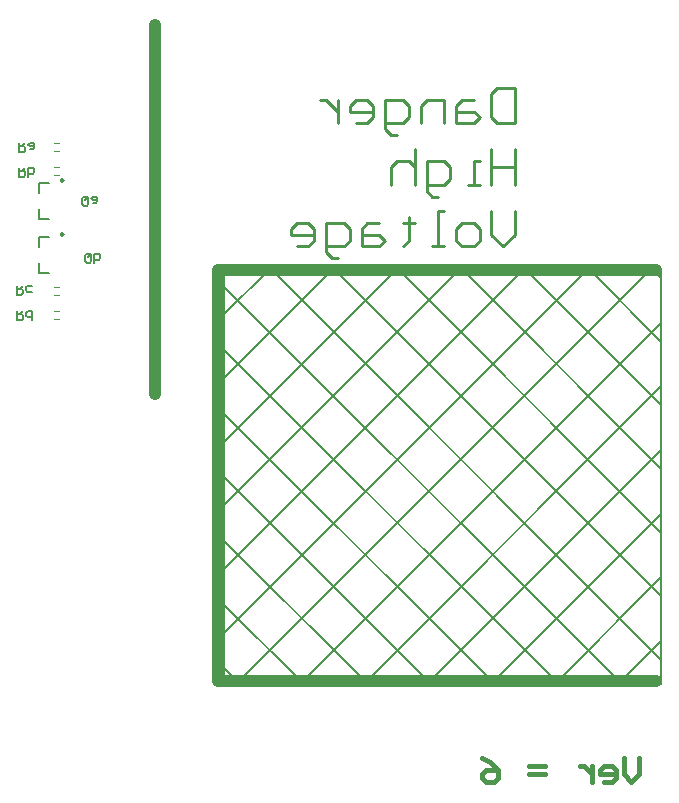
<source format=gbo>
G04*
G04 #@! TF.GenerationSoftware,Altium Limited,Altium Designer,21.6.1 (37)*
G04*
G04 Layer_Color=32896*
%FSLAX25Y25*%
%MOIN*%
G70*
G04*
G04 #@! TF.SameCoordinates,2088F3C0-FEE1-402F-84BC-96CE3F90A9C5*
G04*
G04*
G04 #@! TF.FilePolarity,Positive*
G04*
G01*
G75*
%ADD10C,0.00984*%
%ADD12C,0.00800*%
%ADD13C,0.01000*%
%ADD15C,0.04000*%
%ADD16C,0.00787*%
%ADD17C,0.00394*%
%ADD18C,0.00500*%
%ADD73C,0.01575*%
D10*
X-61687Y81020D02*
X-62426Y81446D01*
Y80593D01*
X-61687Y81020D01*
Y99020D02*
X-62426Y99446D01*
Y98593D01*
X-61687Y99020D01*
D12*
X71547Y69000D02*
X137795Y2752D01*
X50334Y69000D02*
X137795Y-18462D01*
X29120Y69000D02*
X137795Y-39675D01*
Y-64442D02*
Y69000D01*
X7907D02*
X137795Y-60888D01*
X135187Y69000D02*
X137795Y66391D01*
X-3889Y-69000D02*
X134111Y69000D01*
X113973D02*
X137795Y45178D01*
X92760Y69000D02*
X137795Y23965D01*
X102177Y-69000D02*
X137795Y-33382D01*
X80964Y-69000D02*
X137795Y-12169D01*
Y-69000D02*
Y-64442D01*
X123391Y-69000D02*
X137795Y-54595D01*
X17325Y-69000D02*
X137795Y51471D01*
X-3889Y-69000D02*
X134111Y69000D01*
X59751Y-69000D02*
X137795Y9044D01*
X38538Y-69000D02*
X137795Y30257D01*
X-7874Y69000D02*
X137795D01*
X-7874Y-51772D02*
X112898Y69000D01*
X-7874Y-30559D02*
X91685Y69000D01*
X-7874Y-69000D02*
X137795D01*
X-7874Y21142D02*
X82268Y-69000D01*
X-7874Y33081D02*
X28045Y69000D01*
X-7874Y54294D02*
X6832Y69000D01*
X-7874Y-9346D02*
X70472Y69000D01*
X-7874Y11867D02*
X49259Y69000D01*
X-7874Y63568D02*
X124694Y-69000D01*
X-7874Y63568D02*
X124694Y-69000D01*
X-7874Y-71D02*
X61054Y-69000D01*
X-7874Y42355D02*
X103481Y-69000D01*
X-7874Y-21285D02*
X39841Y-69000D01*
X-7874D02*
Y69000D01*
Y-63711D02*
X-2585Y-69000D01*
X-7874Y-42498D02*
X18628Y-69000D01*
D13*
X89000Y129752D02*
Y117945D01*
X83096D01*
X81129Y119912D01*
Y127784D01*
X83096Y129752D01*
X89000D01*
X75225Y125816D02*
X71289D01*
X69321Y123848D01*
Y117945D01*
X75225D01*
X77193Y119912D01*
X75225Y121880D01*
X69321D01*
X65386Y117945D02*
Y125816D01*
X59482D01*
X57514Y123848D01*
Y117945D01*
X49643Y114009D02*
X47675D01*
X45707Y115977D01*
Y125816D01*
X51610D01*
X53578Y123848D01*
Y119912D01*
X51610Y117945D01*
X45707D01*
X35868D02*
X39803D01*
X41771Y119912D01*
Y123848D01*
X39803Y125816D01*
X35868D01*
X33900Y123848D01*
Y121880D01*
X41771D01*
X29964Y125816D02*
Y117945D01*
Y121880D01*
X27996Y123848D01*
X26028Y125816D01*
X24060D01*
X89000Y109247D02*
Y97440D01*
Y103344D01*
X81129D01*
Y109247D01*
Y97440D01*
X77193D02*
X73257D01*
X75225D01*
Y105312D01*
X77193D01*
X63418Y93504D02*
X61450D01*
X59482Y95472D01*
Y105312D01*
X65386D01*
X67353Y103344D01*
Y99408D01*
X65386Y97440D01*
X59482D01*
X55546Y109247D02*
Y97440D01*
Y103344D01*
X53578Y105312D01*
X49643D01*
X47675Y103344D01*
Y97440D01*
X89000Y88743D02*
Y80871D01*
X85064Y76936D01*
X81129Y80871D01*
Y88743D01*
X75225Y76936D02*
X71289D01*
X69321Y78904D01*
Y82839D01*
X71289Y84807D01*
X75225D01*
X77193Y82839D01*
Y78904D01*
X75225Y76936D01*
X65386D02*
X61450D01*
X63418D01*
Y88743D01*
X65386D01*
X53578Y86775D02*
Y84807D01*
X55546D01*
X51610D01*
X53578D01*
Y78904D01*
X51610Y76936D01*
X43739Y84807D02*
X39803D01*
X37835Y82839D01*
Y76936D01*
X43739D01*
X45707Y78904D01*
X43739Y80871D01*
X37835D01*
X29964Y73000D02*
X27996D01*
X26028Y74968D01*
Y84807D01*
X31932D01*
X33900Y82839D01*
Y78904D01*
X31932Y76936D01*
X26028D01*
X16189D02*
X20125D01*
X22093Y78904D01*
Y82839D01*
X20125Y84807D01*
X16189D01*
X14221Y82839D01*
Y80871D01*
X22093D01*
D15*
X-31142Y150795D02*
X-31142Y27795D01*
X-10000Y69000D02*
X136000D01*
X-10000Y-68000D02*
X136000D01*
X-10000Y69000D02*
X-10000Y-68000D01*
D16*
X-69535Y79925D02*
X-66386D01*
X-69535Y76775D02*
Y79925D01*
Y68114D02*
X-66386D01*
X-69535D02*
Y71264D01*
Y97925D02*
X-66386D01*
X-69535Y94775D02*
Y97925D01*
Y86114D02*
X-66386D01*
X-69535D02*
Y89264D01*
D17*
X-64567Y108642D02*
X-62992D01*
X-64567Y111398D02*
X-62992D01*
X-64567Y100642D02*
X-62992D01*
X-64567Y103398D02*
X-62992D01*
X-64567Y60642D02*
X-62992D01*
X-64567Y63398D02*
X-62992D01*
X-64567Y52642D02*
X-62992D01*
X-64567Y55397D02*
X-62992D01*
D18*
X-76974Y55291D02*
Y52292D01*
X-75475D01*
X-74975Y52791D01*
Y53791D01*
X-75475Y54291D01*
X-76974D01*
X-75975D02*
X-74975Y55291D01*
X-71976Y52292D02*
Y55291D01*
X-73475D01*
X-73975Y54791D01*
Y53791D01*
X-73475Y53291D01*
X-71976D01*
X-77050Y63810D02*
Y60811D01*
X-75551D01*
X-75051Y61311D01*
Y62311D01*
X-75551Y62810D01*
X-77050D01*
X-76051D02*
X-75051Y63810D01*
X-72052Y61811D02*
X-73551D01*
X-74051Y62311D01*
Y63310D01*
X-73551Y63810D01*
X-72052D01*
X-76279Y103242D02*
Y100243D01*
X-74779D01*
X-74279Y100743D01*
Y101742D01*
X-74779Y102242D01*
X-76279D01*
X-75279D02*
X-74279Y103242D01*
X-73280Y100243D02*
Y103242D01*
X-71780D01*
X-71280Y102742D01*
Y102242D01*
Y101742D01*
X-71780Y101243D01*
X-73280D01*
X-76279Y111259D02*
Y108260D01*
X-74779D01*
X-74279Y108760D01*
Y109760D01*
X-74779Y110259D01*
X-76279D01*
X-75279D02*
X-74279Y111259D01*
X-72780Y109260D02*
X-71780D01*
X-71280Y109760D01*
Y111259D01*
X-72780D01*
X-73280Y110759D01*
X-72780Y110259D01*
X-71280D01*
X-52279Y74050D02*
Y72051D01*
X-52779Y71551D01*
X-53779D01*
X-54279Y72051D01*
Y74050D01*
X-53779Y74550D01*
X-52779D01*
X-53279Y73551D02*
X-52279Y74550D01*
X-52779D02*
X-52279Y74050D01*
X-51280Y71551D02*
Y74550D01*
X-49780D01*
X-49280Y74050D01*
Y73551D01*
Y73051D01*
X-49780Y72551D01*
X-51280D01*
X-53279Y93002D02*
Y91003D01*
X-53779Y90503D01*
X-54779D01*
X-55279Y91003D01*
Y93002D01*
X-54779Y93502D01*
X-53779D01*
X-54279Y92502D02*
X-53279Y93502D01*
X-53779D02*
X-53279Y93002D01*
X-51780Y91502D02*
X-50780D01*
X-50280Y92002D01*
Y93502D01*
X-51780D01*
X-52280Y93002D01*
X-51780Y92502D01*
X-50280D01*
D73*
X130425Y-93554D02*
Y-98801D01*
X127801Y-101425D01*
X125178Y-98801D01*
Y-93554D01*
X118618Y-101425D02*
X121242D01*
X122554Y-100113D01*
Y-97490D01*
X121242Y-96178D01*
X118618D01*
X117306Y-97490D01*
Y-98801D01*
X122554D01*
X114682Y-96178D02*
Y-101425D01*
Y-98801D01*
X113370Y-97490D01*
X112058Y-96178D01*
X110747D01*
X98939Y-98801D02*
X93692D01*
X98939Y-96178D02*
X93692D01*
X77949Y-93554D02*
X80572Y-94866D01*
X83196Y-97490D01*
Y-100113D01*
X81884Y-101425D01*
X79261D01*
X77949Y-100113D01*
Y-98801D01*
X79261Y-97490D01*
X83196D01*
M02*

</source>
